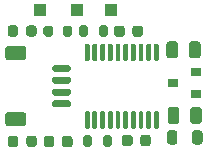
<source format=gbr>
%TF.GenerationSoftware,KiCad,Pcbnew,5.1.8-db9833491~87~ubuntu20.04.1*%
%TF.CreationDate,2020-11-23T16:47:10+01:00*%
%TF.ProjectId,rosalyn-sat,726f7361-6c79-46e2-9d73-61742e6b6963,v1.0*%
%TF.SameCoordinates,Original*%
%TF.FileFunction,Soldermask,Top*%
%TF.FilePolarity,Negative*%
%FSLAX46Y46*%
G04 Gerber Fmt 4.6, Leading zero omitted, Abs format (unit mm)*
G04 Created by KiCad (PCBNEW 5.1.8-db9833491~87~ubuntu20.04.1) date 2020-11-23 16:47:10*
%MOMM*%
%LPD*%
G01*
G04 APERTURE LIST*
%ADD10R,0.900000X0.800000*%
%ADD11R,1.000000X1.000000*%
G04 APERTURE END LIST*
%TO.C,C6*%
G36*
G01*
X150270000Y-105000000D02*
X150270000Y-104500000D01*
G75*
G02*
X150495000Y-104275000I225000J0D01*
G01*
X150945000Y-104275000D01*
G75*
G02*
X151170000Y-104500000I0J-225000D01*
G01*
X151170000Y-105000000D01*
G75*
G02*
X150945000Y-105225000I-225000J0D01*
G01*
X150495000Y-105225000D01*
G75*
G02*
X150270000Y-105000000I0J225000D01*
G01*
G37*
G36*
G01*
X151820000Y-105000000D02*
X151820000Y-104500000D01*
G75*
G02*
X152045000Y-104275000I225000J0D01*
G01*
X152495000Y-104275000D01*
G75*
G02*
X152720000Y-104500000I0J-225000D01*
G01*
X152720000Y-105000000D01*
G75*
G02*
X152495000Y-105225000I-225000J0D01*
G01*
X152045000Y-105225000D01*
G75*
G02*
X151820000Y-105000000I0J225000D01*
G01*
G37*
%TD*%
%TO.C,U1*%
G36*
G01*
X147425000Y-103750000D02*
X147225000Y-103750000D01*
G75*
G02*
X147125000Y-103650000I0J100000D01*
G01*
X147125000Y-102375000D01*
G75*
G02*
X147225000Y-102275000I100000J0D01*
G01*
X147425000Y-102275000D01*
G75*
G02*
X147525000Y-102375000I0J-100000D01*
G01*
X147525000Y-103650000D01*
G75*
G02*
X147425000Y-103750000I-100000J0D01*
G01*
G37*
G36*
G01*
X148075000Y-103750000D02*
X147875000Y-103750000D01*
G75*
G02*
X147775000Y-103650000I0J100000D01*
G01*
X147775000Y-102375000D01*
G75*
G02*
X147875000Y-102275000I100000J0D01*
G01*
X148075000Y-102275000D01*
G75*
G02*
X148175000Y-102375000I0J-100000D01*
G01*
X148175000Y-103650000D01*
G75*
G02*
X148075000Y-103750000I-100000J0D01*
G01*
G37*
G36*
G01*
X148725000Y-103750000D02*
X148525000Y-103750000D01*
G75*
G02*
X148425000Y-103650000I0J100000D01*
G01*
X148425000Y-102375000D01*
G75*
G02*
X148525000Y-102275000I100000J0D01*
G01*
X148725000Y-102275000D01*
G75*
G02*
X148825000Y-102375000I0J-100000D01*
G01*
X148825000Y-103650000D01*
G75*
G02*
X148725000Y-103750000I-100000J0D01*
G01*
G37*
G36*
G01*
X149375000Y-103750000D02*
X149175000Y-103750000D01*
G75*
G02*
X149075000Y-103650000I0J100000D01*
G01*
X149075000Y-102375000D01*
G75*
G02*
X149175000Y-102275000I100000J0D01*
G01*
X149375000Y-102275000D01*
G75*
G02*
X149475000Y-102375000I0J-100000D01*
G01*
X149475000Y-103650000D01*
G75*
G02*
X149375000Y-103750000I-100000J0D01*
G01*
G37*
G36*
G01*
X150025000Y-103750000D02*
X149825000Y-103750000D01*
G75*
G02*
X149725000Y-103650000I0J100000D01*
G01*
X149725000Y-102375000D01*
G75*
G02*
X149825000Y-102275000I100000J0D01*
G01*
X150025000Y-102275000D01*
G75*
G02*
X150125000Y-102375000I0J-100000D01*
G01*
X150125000Y-103650000D01*
G75*
G02*
X150025000Y-103750000I-100000J0D01*
G01*
G37*
G36*
G01*
X150675000Y-103750000D02*
X150475000Y-103750000D01*
G75*
G02*
X150375000Y-103650000I0J100000D01*
G01*
X150375000Y-102375000D01*
G75*
G02*
X150475000Y-102275000I100000J0D01*
G01*
X150675000Y-102275000D01*
G75*
G02*
X150775000Y-102375000I0J-100000D01*
G01*
X150775000Y-103650000D01*
G75*
G02*
X150675000Y-103750000I-100000J0D01*
G01*
G37*
G36*
G01*
X151325000Y-103750000D02*
X151125000Y-103750000D01*
G75*
G02*
X151025000Y-103650000I0J100000D01*
G01*
X151025000Y-102375000D01*
G75*
G02*
X151125000Y-102275000I100000J0D01*
G01*
X151325000Y-102275000D01*
G75*
G02*
X151425000Y-102375000I0J-100000D01*
G01*
X151425000Y-103650000D01*
G75*
G02*
X151325000Y-103750000I-100000J0D01*
G01*
G37*
G36*
G01*
X151975000Y-103750000D02*
X151775000Y-103750000D01*
G75*
G02*
X151675000Y-103650000I0J100000D01*
G01*
X151675000Y-102375000D01*
G75*
G02*
X151775000Y-102275000I100000J0D01*
G01*
X151975000Y-102275000D01*
G75*
G02*
X152075000Y-102375000I0J-100000D01*
G01*
X152075000Y-103650000D01*
G75*
G02*
X151975000Y-103750000I-100000J0D01*
G01*
G37*
G36*
G01*
X152625000Y-103750000D02*
X152425000Y-103750000D01*
G75*
G02*
X152325000Y-103650000I0J100000D01*
G01*
X152325000Y-102375000D01*
G75*
G02*
X152425000Y-102275000I100000J0D01*
G01*
X152625000Y-102275000D01*
G75*
G02*
X152725000Y-102375000I0J-100000D01*
G01*
X152725000Y-103650000D01*
G75*
G02*
X152625000Y-103750000I-100000J0D01*
G01*
G37*
G36*
G01*
X153275000Y-103750000D02*
X153075000Y-103750000D01*
G75*
G02*
X152975000Y-103650000I0J100000D01*
G01*
X152975000Y-102375000D01*
G75*
G02*
X153075000Y-102275000I100000J0D01*
G01*
X153275000Y-102275000D01*
G75*
G02*
X153375000Y-102375000I0J-100000D01*
G01*
X153375000Y-103650000D01*
G75*
G02*
X153275000Y-103750000I-100000J0D01*
G01*
G37*
G36*
G01*
X153275000Y-98025000D02*
X153075000Y-98025000D01*
G75*
G02*
X152975000Y-97925000I0J100000D01*
G01*
X152975000Y-96650000D01*
G75*
G02*
X153075000Y-96550000I100000J0D01*
G01*
X153275000Y-96550000D01*
G75*
G02*
X153375000Y-96650000I0J-100000D01*
G01*
X153375000Y-97925000D01*
G75*
G02*
X153275000Y-98025000I-100000J0D01*
G01*
G37*
G36*
G01*
X152625000Y-98025000D02*
X152425000Y-98025000D01*
G75*
G02*
X152325000Y-97925000I0J100000D01*
G01*
X152325000Y-96650000D01*
G75*
G02*
X152425000Y-96550000I100000J0D01*
G01*
X152625000Y-96550000D01*
G75*
G02*
X152725000Y-96650000I0J-100000D01*
G01*
X152725000Y-97925000D01*
G75*
G02*
X152625000Y-98025000I-100000J0D01*
G01*
G37*
G36*
G01*
X151975000Y-98025000D02*
X151775000Y-98025000D01*
G75*
G02*
X151675000Y-97925000I0J100000D01*
G01*
X151675000Y-96650000D01*
G75*
G02*
X151775000Y-96550000I100000J0D01*
G01*
X151975000Y-96550000D01*
G75*
G02*
X152075000Y-96650000I0J-100000D01*
G01*
X152075000Y-97925000D01*
G75*
G02*
X151975000Y-98025000I-100000J0D01*
G01*
G37*
G36*
G01*
X151325000Y-98025000D02*
X151125000Y-98025000D01*
G75*
G02*
X151025000Y-97925000I0J100000D01*
G01*
X151025000Y-96650000D01*
G75*
G02*
X151125000Y-96550000I100000J0D01*
G01*
X151325000Y-96550000D01*
G75*
G02*
X151425000Y-96650000I0J-100000D01*
G01*
X151425000Y-97925000D01*
G75*
G02*
X151325000Y-98025000I-100000J0D01*
G01*
G37*
G36*
G01*
X150675000Y-98025000D02*
X150475000Y-98025000D01*
G75*
G02*
X150375000Y-97925000I0J100000D01*
G01*
X150375000Y-96650000D01*
G75*
G02*
X150475000Y-96550000I100000J0D01*
G01*
X150675000Y-96550000D01*
G75*
G02*
X150775000Y-96650000I0J-100000D01*
G01*
X150775000Y-97925000D01*
G75*
G02*
X150675000Y-98025000I-100000J0D01*
G01*
G37*
G36*
G01*
X150025000Y-98025000D02*
X149825000Y-98025000D01*
G75*
G02*
X149725000Y-97925000I0J100000D01*
G01*
X149725000Y-96650000D01*
G75*
G02*
X149825000Y-96550000I100000J0D01*
G01*
X150025000Y-96550000D01*
G75*
G02*
X150125000Y-96650000I0J-100000D01*
G01*
X150125000Y-97925000D01*
G75*
G02*
X150025000Y-98025000I-100000J0D01*
G01*
G37*
G36*
G01*
X149375000Y-98025000D02*
X149175000Y-98025000D01*
G75*
G02*
X149075000Y-97925000I0J100000D01*
G01*
X149075000Y-96650000D01*
G75*
G02*
X149175000Y-96550000I100000J0D01*
G01*
X149375000Y-96550000D01*
G75*
G02*
X149475000Y-96650000I0J-100000D01*
G01*
X149475000Y-97925000D01*
G75*
G02*
X149375000Y-98025000I-100000J0D01*
G01*
G37*
G36*
G01*
X148725000Y-98025000D02*
X148525000Y-98025000D01*
G75*
G02*
X148425000Y-97925000I0J100000D01*
G01*
X148425000Y-96650000D01*
G75*
G02*
X148525000Y-96550000I100000J0D01*
G01*
X148725000Y-96550000D01*
G75*
G02*
X148825000Y-96650000I0J-100000D01*
G01*
X148825000Y-97925000D01*
G75*
G02*
X148725000Y-98025000I-100000J0D01*
G01*
G37*
G36*
G01*
X148075000Y-98025000D02*
X147875000Y-98025000D01*
G75*
G02*
X147775000Y-97925000I0J100000D01*
G01*
X147775000Y-96650000D01*
G75*
G02*
X147875000Y-96550000I100000J0D01*
G01*
X148075000Y-96550000D01*
G75*
G02*
X148175000Y-96650000I0J-100000D01*
G01*
X148175000Y-97925000D01*
G75*
G02*
X148075000Y-98025000I-100000J0D01*
G01*
G37*
G36*
G01*
X147425000Y-98025000D02*
X147225000Y-98025000D01*
G75*
G02*
X147125000Y-97925000I0J100000D01*
G01*
X147125000Y-96650000D01*
G75*
G02*
X147225000Y-96550000I100000J0D01*
G01*
X147425000Y-96550000D01*
G75*
G02*
X147525000Y-96650000I0J-100000D01*
G01*
X147525000Y-97925000D01*
G75*
G02*
X147425000Y-98025000I-100000J0D01*
G01*
G37*
%TD*%
%TO.C,J2*%
G36*
G01*
X144525000Y-98350000D02*
X145775000Y-98350000D01*
G75*
G02*
X145925000Y-98500000I0J-150000D01*
G01*
X145925000Y-98800000D01*
G75*
G02*
X145775000Y-98950000I-150000J0D01*
G01*
X144525000Y-98950000D01*
G75*
G02*
X144375000Y-98800000I0J150000D01*
G01*
X144375000Y-98500000D01*
G75*
G02*
X144525000Y-98350000I150000J0D01*
G01*
G37*
G36*
G01*
X144525000Y-99350000D02*
X145775000Y-99350000D01*
G75*
G02*
X145925000Y-99500000I0J-150000D01*
G01*
X145925000Y-99800000D01*
G75*
G02*
X145775000Y-99950000I-150000J0D01*
G01*
X144525000Y-99950000D01*
G75*
G02*
X144375000Y-99800000I0J150000D01*
G01*
X144375000Y-99500000D01*
G75*
G02*
X144525000Y-99350000I150000J0D01*
G01*
G37*
G36*
G01*
X144525000Y-100350000D02*
X145775000Y-100350000D01*
G75*
G02*
X145925000Y-100500000I0J-150000D01*
G01*
X145925000Y-100800000D01*
G75*
G02*
X145775000Y-100950000I-150000J0D01*
G01*
X144525000Y-100950000D01*
G75*
G02*
X144375000Y-100800000I0J150000D01*
G01*
X144375000Y-100500000D01*
G75*
G02*
X144525000Y-100350000I150000J0D01*
G01*
G37*
G36*
G01*
X144525000Y-101350000D02*
X145775000Y-101350000D01*
G75*
G02*
X145925000Y-101500000I0J-150000D01*
G01*
X145925000Y-101800000D01*
G75*
G02*
X145775000Y-101950000I-150000J0D01*
G01*
X144525000Y-101950000D01*
G75*
G02*
X144375000Y-101800000I0J150000D01*
G01*
X144375000Y-101500000D01*
G75*
G02*
X144525000Y-101350000I150000J0D01*
G01*
G37*
G36*
G01*
X140624999Y-96750000D02*
X141925001Y-96750000D01*
G75*
G02*
X142175000Y-96999999I0J-249999D01*
G01*
X142175000Y-97700001D01*
G75*
G02*
X141925001Y-97950000I-249999J0D01*
G01*
X140624999Y-97950000D01*
G75*
G02*
X140375000Y-97700001I0J249999D01*
G01*
X140375000Y-96999999D01*
G75*
G02*
X140624999Y-96750000I249999J0D01*
G01*
G37*
G36*
G01*
X140624999Y-102350000D02*
X141925001Y-102350000D01*
G75*
G02*
X142175000Y-102599999I0J-249999D01*
G01*
X142175000Y-103300001D01*
G75*
G02*
X141925001Y-103550000I-249999J0D01*
G01*
X140624999Y-103550000D01*
G75*
G02*
X140375000Y-103300001I0J249999D01*
G01*
X140375000Y-102599999D01*
G75*
G02*
X140624999Y-102350000I249999J0D01*
G01*
G37*
%TD*%
%TO.C,R12*%
G36*
G01*
X147435000Y-95205000D02*
X147435000Y-95755000D01*
G75*
G02*
X147235000Y-95955000I-200000J0D01*
G01*
X146835000Y-95955000D01*
G75*
G02*
X146635000Y-95755000I0J200000D01*
G01*
X146635000Y-95205000D01*
G75*
G02*
X146835000Y-95005000I200000J0D01*
G01*
X147235000Y-95005000D01*
G75*
G02*
X147435000Y-95205000I0J-200000D01*
G01*
G37*
G36*
G01*
X149085000Y-95205000D02*
X149085000Y-95755000D01*
G75*
G02*
X148885000Y-95955000I-200000J0D01*
G01*
X148485000Y-95955000D01*
G75*
G02*
X148285000Y-95755000I0J200000D01*
G01*
X148285000Y-95205000D01*
G75*
G02*
X148485000Y-95005000I200000J0D01*
G01*
X148885000Y-95005000D01*
G75*
G02*
X149085000Y-95205000I0J-200000D01*
G01*
G37*
%TD*%
%TO.C,D2*%
G36*
G01*
X141470000Y-95223750D02*
X141470000Y-95736250D01*
G75*
G02*
X141251250Y-95955000I-218750J0D01*
G01*
X140813750Y-95955000D01*
G75*
G02*
X140595000Y-95736250I0J218750D01*
G01*
X140595000Y-95223750D01*
G75*
G02*
X140813750Y-95005000I218750J0D01*
G01*
X141251250Y-95005000D01*
G75*
G02*
X141470000Y-95223750I0J-218750D01*
G01*
G37*
G36*
G01*
X143045000Y-95223750D02*
X143045000Y-95736250D01*
G75*
G02*
X142826250Y-95955000I-218750J0D01*
G01*
X142388750Y-95955000D01*
G75*
G02*
X142170000Y-95736250I0J218750D01*
G01*
X142170000Y-95223750D01*
G75*
G02*
X142388750Y-95005000I218750J0D01*
G01*
X142826250Y-95005000D01*
G75*
G02*
X143045000Y-95223750I0J-218750D01*
G01*
G37*
%TD*%
%TO.C,R11*%
G36*
G01*
X144425000Y-95215000D02*
X144425000Y-95765000D01*
G75*
G02*
X144225000Y-95965000I-200000J0D01*
G01*
X143825000Y-95965000D01*
G75*
G02*
X143625000Y-95765000I0J200000D01*
G01*
X143625000Y-95215000D01*
G75*
G02*
X143825000Y-95015000I200000J0D01*
G01*
X144225000Y-95015000D01*
G75*
G02*
X144425000Y-95215000I0J-200000D01*
G01*
G37*
G36*
G01*
X146075000Y-95215000D02*
X146075000Y-95765000D01*
G75*
G02*
X145875000Y-95965000I-200000J0D01*
G01*
X145475000Y-95965000D01*
G75*
G02*
X145275000Y-95765000I0J200000D01*
G01*
X145275000Y-95215000D01*
G75*
G02*
X145475000Y-95015000I200000J0D01*
G01*
X145875000Y-95015000D01*
G75*
G02*
X146075000Y-95215000I0J-200000D01*
G01*
G37*
%TD*%
%TO.C,D1*%
G36*
G01*
X141487500Y-104563750D02*
X141487500Y-105076250D01*
G75*
G02*
X141268750Y-105295000I-218750J0D01*
G01*
X140831250Y-105295000D01*
G75*
G02*
X140612500Y-105076250I0J218750D01*
G01*
X140612500Y-104563750D01*
G75*
G02*
X140831250Y-104345000I218750J0D01*
G01*
X141268750Y-104345000D01*
G75*
G02*
X141487500Y-104563750I0J-218750D01*
G01*
G37*
G36*
G01*
X143062500Y-104563750D02*
X143062500Y-105076250D01*
G75*
G02*
X142843750Y-105295000I-218750J0D01*
G01*
X142406250Y-105295000D01*
G75*
G02*
X142187500Y-105076250I0J218750D01*
G01*
X142187500Y-104563750D01*
G75*
G02*
X142406250Y-104345000I218750J0D01*
G01*
X142843750Y-104345000D01*
G75*
G02*
X143062500Y-104563750I0J-218750D01*
G01*
G37*
%TD*%
%TO.C,C5*%
G36*
G01*
X144535000Y-104590000D02*
X144535000Y-105090000D01*
G75*
G02*
X144310000Y-105315000I-225000J0D01*
G01*
X143860000Y-105315000D01*
G75*
G02*
X143635000Y-105090000I0J225000D01*
G01*
X143635000Y-104590000D01*
G75*
G02*
X143860000Y-104365000I225000J0D01*
G01*
X144310000Y-104365000D01*
G75*
G02*
X144535000Y-104590000I0J-225000D01*
G01*
G37*
G36*
G01*
X146085000Y-104590000D02*
X146085000Y-105090000D01*
G75*
G02*
X145860000Y-105315000I-225000J0D01*
G01*
X145410000Y-105315000D01*
G75*
G02*
X145185000Y-105090000I0J225000D01*
G01*
X145185000Y-104590000D01*
G75*
G02*
X145410000Y-104365000I225000J0D01*
G01*
X145860000Y-104365000D01*
G75*
G02*
X146085000Y-104590000I0J-225000D01*
G01*
G37*
%TD*%
%TO.C,C3*%
G36*
G01*
X156040000Y-103105000D02*
X156040000Y-102155000D01*
G75*
G02*
X156290000Y-101905000I250000J0D01*
G01*
X156790000Y-101905000D01*
G75*
G02*
X157040000Y-102155000I0J-250000D01*
G01*
X157040000Y-103105000D01*
G75*
G02*
X156790000Y-103355000I-250000J0D01*
G01*
X156290000Y-103355000D01*
G75*
G02*
X156040000Y-103105000I0J250000D01*
G01*
G37*
G36*
G01*
X154140000Y-103105000D02*
X154140000Y-102155000D01*
G75*
G02*
X154390000Y-101905000I250000J0D01*
G01*
X154890000Y-101905000D01*
G75*
G02*
X155140000Y-102155000I0J-250000D01*
G01*
X155140000Y-103105000D01*
G75*
G02*
X154890000Y-103355000I-250000J0D01*
G01*
X154390000Y-103355000D01*
G75*
G02*
X154140000Y-103105000I0J250000D01*
G01*
G37*
%TD*%
D10*
%TO.C,U3*%
X154570000Y-99860000D03*
X156570000Y-98910000D03*
X156570000Y-100810000D03*
%TD*%
%TO.C,C4*%
G36*
G01*
X155030000Y-96595000D02*
X155030000Y-97545000D01*
G75*
G02*
X154780000Y-97795000I-250000J0D01*
G01*
X154280000Y-97795000D01*
G75*
G02*
X154030000Y-97545000I0J250000D01*
G01*
X154030000Y-96595000D01*
G75*
G02*
X154280000Y-96345000I250000J0D01*
G01*
X154780000Y-96345000D01*
G75*
G02*
X155030000Y-96595000I0J-250000D01*
G01*
G37*
G36*
G01*
X156930000Y-96595000D02*
X156930000Y-97545000D01*
G75*
G02*
X156680000Y-97795000I-250000J0D01*
G01*
X156180000Y-97795000D01*
G75*
G02*
X155930000Y-97545000I0J250000D01*
G01*
X155930000Y-96595000D01*
G75*
G02*
X156180000Y-96345000I250000J0D01*
G01*
X156680000Y-96345000D01*
G75*
G02*
X156930000Y-96595000I0J-250000D01*
G01*
G37*
%TD*%
%TO.C,C2*%
G36*
G01*
X151155000Y-95740000D02*
X151155000Y-95240000D01*
G75*
G02*
X151380000Y-95015000I225000J0D01*
G01*
X151830000Y-95015000D01*
G75*
G02*
X152055000Y-95240000I0J-225000D01*
G01*
X152055000Y-95740000D01*
G75*
G02*
X151830000Y-95965000I-225000J0D01*
G01*
X151380000Y-95965000D01*
G75*
G02*
X151155000Y-95740000I0J225000D01*
G01*
G37*
G36*
G01*
X149605000Y-95740000D02*
X149605000Y-95240000D01*
G75*
G02*
X149830000Y-95015000I225000J0D01*
G01*
X150280000Y-95015000D01*
G75*
G02*
X150505000Y-95240000I0J-225000D01*
G01*
X150505000Y-95740000D01*
G75*
G02*
X150280000Y-95965000I-225000J0D01*
G01*
X149830000Y-95965000D01*
G75*
G02*
X149605000Y-95740000I0J225000D01*
G01*
G37*
%TD*%
%TO.C,R1*%
G36*
G01*
X146975000Y-105065000D02*
X146975000Y-104515000D01*
G75*
G02*
X147175000Y-104315000I200000J0D01*
G01*
X147575000Y-104315000D01*
G75*
G02*
X147775000Y-104515000I0J-200000D01*
G01*
X147775000Y-105065000D01*
G75*
G02*
X147575000Y-105265000I-200000J0D01*
G01*
X147175000Y-105265000D01*
G75*
G02*
X146975000Y-105065000I0J200000D01*
G01*
G37*
G36*
G01*
X148625000Y-105065000D02*
X148625000Y-104515000D01*
G75*
G02*
X148825000Y-104315000I200000J0D01*
G01*
X149225000Y-104315000D01*
G75*
G02*
X149425000Y-104515000I0J-200000D01*
G01*
X149425000Y-105065000D01*
G75*
G02*
X149225000Y-105265000I-200000J0D01*
G01*
X148825000Y-105265000D01*
G75*
G02*
X148625000Y-105065000I0J200000D01*
G01*
G37*
%TD*%
D11*
%TO.C,TP1*%
X143330000Y-93700000D03*
%TD*%
%TO.C,TP2*%
X146440000Y-93700000D03*
%TD*%
%TO.C,TP3*%
X149300000Y-93690000D03*
%TD*%
%TO.C,FB1*%
G36*
G01*
X157090000Y-104108750D02*
X157090000Y-104871250D01*
G75*
G02*
X156871250Y-105090000I-218750J0D01*
G01*
X156433750Y-105090000D01*
G75*
G02*
X156215000Y-104871250I0J218750D01*
G01*
X156215000Y-104108750D01*
G75*
G02*
X156433750Y-103890000I218750J0D01*
G01*
X156871250Y-103890000D01*
G75*
G02*
X157090000Y-104108750I0J-218750D01*
G01*
G37*
G36*
G01*
X154965000Y-104108750D02*
X154965000Y-104871250D01*
G75*
G02*
X154746250Y-105090000I-218750J0D01*
G01*
X154308750Y-105090000D01*
G75*
G02*
X154090000Y-104871250I0J218750D01*
G01*
X154090000Y-104108750D01*
G75*
G02*
X154308750Y-103890000I218750J0D01*
G01*
X154746250Y-103890000D01*
G75*
G02*
X154965000Y-104108750I0J-218750D01*
G01*
G37*
%TD*%
M02*

</source>
